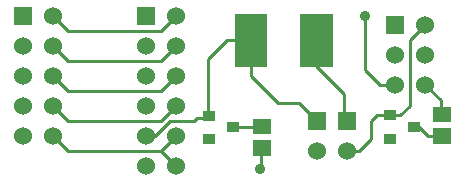
<source format=gbr>
G04 start of page 2 for group 0 idx 0 *
G04 Title: (unknown), component *
G04 Creator: pcb 20091103 *
G04 CreationDate: Mon 11 Apr 2011 12:44:06 AM GMT UTC *
G04 For: gjhurlbu *
G04 Format: Gerber/RS-274X *
G04 PCB-Dimensions: 600000 500000 *
G04 PCB-Coordinate-Origin: lower left *
%MOIN*%
%FSLAX25Y25*%
%LNFRONT*%
%ADD11C,0.0100*%
%ADD12C,0.0200*%
%ADD13C,0.0600*%
%ADD14C,0.0360*%
%ADD15R,0.0340X0.0340*%
%ADD16R,0.0512X0.0512*%
%ADD17R,0.1090X0.1090*%
%ADD18C,0.0380*%
G54D11*X66000Y455000D02*X71000Y460000D01*
X66000Y435000D02*X71000Y430000D01*
X66000Y445000D02*X71000Y450000D01*
X66000Y435000D02*X71000Y440000D01*
X69000Y445000D02*X77000D01*
X78000Y446000D01*
X80900D01*
X81600Y446700D01*
X90400Y442800D02*X99014D01*
X81600Y446700D02*Y465600D01*
X88000Y472000D01*
X93000D01*
X96000Y475000D01*
Y468400D02*Y460000D01*
X99214Y435914D02*Y429214D01*
X99000Y429000D01*
X35000Y475000D02*X66000D01*
X71000Y480000D01*
X35000Y465000D02*X66000D01*
X71000Y470000D01*
X30000Y480000D02*Y479000D01*
Y480000D02*X35000Y475000D01*
X30000Y470000D02*X35000Y465000D01*
X30000Y460000D02*X35000Y455000D01*
X30000Y440000D02*X35000Y435000D01*
Y455000D02*X66000D01*
X30000Y450000D02*X31000D01*
X30000D02*X35000Y445000D01*
X66000D01*
X35000Y435000D02*X66000D01*
X61000Y440000D02*X64000D01*
X69000Y445000D01*
X132000Y435000D02*X136000Y439000D01*
Y445000D01*
X134000Y480000D02*Y462000D01*
X139000Y457000D01*
X136000Y445000D02*X138000Y447000D01*
X141800D01*
X142000Y446800D01*
X145800D01*
X149000Y450000D01*
X139000Y457000D02*X144000D01*
X150800Y442900D02*X152100D01*
X155000Y440000D01*
X159914D01*
X160000Y439914D01*
X159214Y447000D02*Y451786D01*
X154000Y457000D01*
X149000Y450000D02*Y472000D01*
X154000Y477000D01*
X128000Y435000D02*X132000D01*
X99014Y442800D02*X99214Y443000D01*
X96000Y460000D02*X105000Y451000D01*
X112000D01*
X118000Y445000D01*
X117800Y468400D02*Y463200D01*
X127000Y454000D01*
Y446000D01*
X128000Y445000D01*
G54D12*G36*
X17000Y483000D02*Y477000D01*
X23000D01*
Y483000D01*
X17000D01*
G37*
G54D13*X30000Y480000D03*
X20000Y470000D03*
X30000D03*
X20000Y460000D03*
X30000D03*
X20000Y450000D03*
X30000D03*
X20000Y440000D03*
X30000D03*
G54D12*G36*
X58000Y483000D02*Y477000D01*
X64000D01*
Y483000D01*
X58000D01*
G37*
G54D13*X71000Y480000D03*
Y470000D03*
Y460000D03*
Y450000D03*
Y440000D03*
Y430000D03*
X61000Y470000D03*
Y460000D03*
Y450000D03*
Y440000D03*
Y430000D03*
G54D12*G36*
X125000Y448000D02*Y442000D01*
X131000D01*
Y448000D01*
X125000D01*
G37*
G54D13*X128000Y435000D03*
X118000D03*
G54D12*G36*
X115000Y448000D02*Y442000D01*
X121000D01*
Y448000D01*
X115000D01*
G37*
G36*
X141000Y480000D02*Y474000D01*
X147000D01*
Y480000D01*
X141000D01*
G37*
G54D13*X154000Y477000D03*
X144000Y467000D03*
X154000D03*
X144000Y457000D03*
X154000D03*
G54D14*X134000Y480000D03*
X99000Y429000D03*
G54D15*X81600Y446700D02*X82200D01*
X81600Y438900D02*X82200D01*
X89800Y442800D02*X90400D01*
G54D16*X99214Y443000D02*X100000D01*
X99214Y435914D02*X100000D01*
G54D17*X117800Y475000D02*Y468400D01*
X96000Y475000D02*Y468400D01*
G54D15*X142000Y446800D02*X142600D01*
X142000Y439000D02*X142600D01*
X150200Y442900D02*X150800D01*
G54D16*X159214Y439914D02*X160000D01*
X159214Y447000D02*X160000D01*
G54D18*G54D12*M02*

</source>
